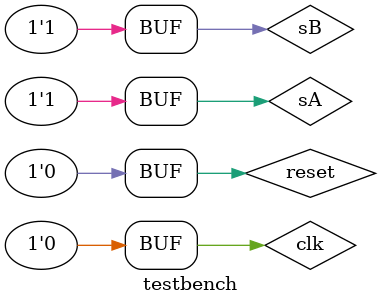
<source format=sv>
`timescale 1ns / 1ps
module testbench();


logic clk, reset, sA, sB;
logic [2:0] lA, lB;
trafficSystem dut(clk, reset, sA, sB, lA, lB);


initial begin
    reset <= 1;
    sA <= 1; sB <= 0; #50;
    sA <= 0;  #50;
    sB <= 1; #50;
    sA <= 1;  #50;
    reset <= 0;
    sA <= 1; sB <= 0; #50;
    sA <= 0;  #50;
    sB <= 1; #50;
    sA <= 1;  #50;
end

always
begin
    clk <= 1; #1;
    clk <= 0; #1;
end


endmodule

</source>
